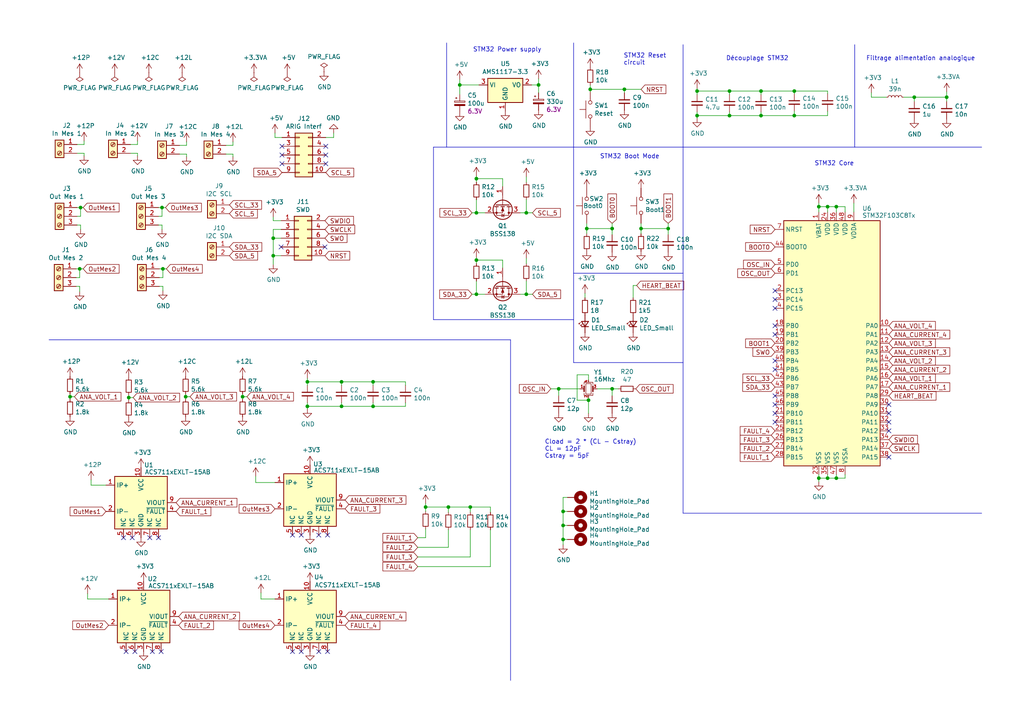
<source format=kicad_sch>
(kicad_sch (version 20230121) (generator eeschema)
  (paper "A4")
  (title_block (title "Alimentation - Mesure Courant / Tension") (date "2020-12-16") (rev "1.0") (company "ARIG") (comment 1 "Auteur : Gregory DEPUILLE"))
  (junction (at 170.688 116.078))
  (junction (at 237.49 138.684))
  (junction (at 89.154 110.744))
  (junction (at 99.06 117.856))
  (junction (at 23.368 60.198))
  (junction (at 79.248 74.168))
  (junction (at 202.184 33.528))
  (junction (at 230.378 33.528))
  (junction (at 138.176 75.438))
  (junction (at 136.398 147.066))
  (junction (at 123.444 147.066))
  (junction (at 220.726 26.416))
  (junction (at 163.322 152.4))
  (junction (at 156.21 24.638))
  (junction (at 230.378 26.416))
  (junction (at 138.176 51.816))
  (junction (at 152.654 61.722))
  (junction (at 193.802 66.294))
  (junction (at 211.582 33.528))
  (junction (at 211.582 26.416))
  (junction (at 23.114 77.978))
  (junction (at 89.154 117.856))
  (junction (at 130.048 147.066))
  (junction (at 70.358 115.062))
  (junction (at 237.49 59.944))
  (junction (at 46.99 60.198))
  (junction (at 181.102 25.908))
  (junction (at 240.03 138.684))
  (junction (at 202.184 26.416))
  (junction (at 53.848 115.062))
  (junction (at 242.57 138.684))
  (junction (at 152.654 85.344))
  (junction (at 37.338 115.316))
  (junction (at 274.574 28.194))
  (junction (at 242.57 59.944))
  (junction (at 171.196 25.908))
  (junction (at 138.176 85.344))
  (junction (at 177.546 112.776))
  (junction (at 133.35 24.638))
  (junction (at 138.176 61.722))
  (junction (at 163.322 156.464))
  (junction (at 20.32 115.062))
  (junction (at 108.204 117.856))
  (junction (at 163.322 148.336))
  (junction (at 47.244 77.978))
  (junction (at 108.204 110.744))
  (junction (at 99.06 110.744))
  (junction (at 177.546 66.294))
  (junction (at 185.928 66.294))
  (junction (at 265.176 28.194))
  (junction (at 240.03 59.944))
  (junction (at 170.18 66.294))
  (junction (at 162.052 112.776))
  (junction (at 79.248 69.088))
  (junction (at 220.726 33.528))
  (no_connect (at 224.79 97.028))
  (no_connect (at 81.534 71.628))
  (no_connect (at 38.354 155.956))
  (no_connect (at 224.79 94.488))
  (no_connect (at 81.788 44.958))
  (no_connect (at 35.814 155.956))
  (no_connect (at 224.79 122.428))
  (no_connect (at 92.456 155.194))
  (no_connect (at 87.376 188.976))
  (no_connect (at 94.996 188.976))
  (no_connect (at 94.488 47.498))
  (no_connect (at 224.79 119.888))
  (no_connect (at 84.836 155.194))
  (no_connect (at 36.576 188.976))
  (no_connect (at 81.788 42.418))
  (no_connect (at 43.434 155.956))
  (no_connect (at 257.81 124.968))
  (no_connect (at 224.79 117.348))
  (no_connect (at 94.488 44.958))
  (no_connect (at 94.996 155.194))
  (no_connect (at 224.79 114.808))
  (no_connect (at 257.81 117.348))
  (no_connect (at 39.116 188.976))
  (no_connect (at 224.79 84.328))
  (no_connect (at 257.81 132.588))
  (no_connect (at 94.234 71.628))
  (no_connect (at 44.196 188.976))
  (no_connect (at 224.79 104.648))
  (no_connect (at 257.81 122.428))
  (no_connect (at 87.376 155.194))
  (no_connect (at 224.79 89.408))
  (no_connect (at 257.81 119.888))
  (no_connect (at 94.488 42.418))
  (no_connect (at 46.736 188.976))
  (no_connect (at 92.456 188.976))
  (no_connect (at 224.79 86.868))
  (no_connect (at 224.79 107.188))
  (no_connect (at 45.974 155.956))
  (no_connect (at 81.788 47.498))
  (no_connect (at 84.836 188.976))
  (wire (pts (xy 202.184 25.654) (xy 202.184 26.416)))
  (wire (pts (xy 202.184 33.528) (xy 202.184 34.29)))
  (wire (pts (xy 164.592 148.336) (xy 163.322 148.336)))
  (wire (pts (xy 152.654 81.534) (xy 152.654 85.344)))
  (wire (pts (xy 54.102 44.704) (xy 54.102 45.466)))
  (wire (pts (xy 37.338 116.078) (xy 37.338 115.316)))
  (wire (pts (xy 237.49 138.684) (xy 237.49 139.7)))
  (wire (pts (xy 133.35 23.114) (xy 133.35 24.638)))
  (wire (pts (xy 117.602 110.744) (xy 108.204 110.744)))
  (wire (pts (xy 23.114 83.058) (xy 23.114 84.582)))
  (wire (pts (xy 121.158 158.75) (xy 130.048 158.75)))
  (wire (pts (xy 81.534 66.548) (xy 79.248 66.548)))
  (polyline (pts (xy 148.082 98.552) (xy 148.082 197.358)))
  (wire (pts (xy 99.06 111.76) (xy 99.06 110.744)))
  (wire (pts (xy 163.322 148.336) (xy 163.322 152.4)))
  (polyline (pts (xy 166.37 79.248) (xy 198.12 79.248)))
  (wire (pts (xy 133.35 24.638) (xy 138.938 24.638)))
  (wire (pts (xy 96.774 38.608) (xy 96.774 39.878)))
  (wire (pts (xy 46.228 80.518) (xy 47.244 80.518)))
  (wire (pts (xy 142.24 147.066) (xy 136.398 147.066)))
  (wire (pts (xy 79.248 66.548) (xy 79.248 69.088)))
  (wire (pts (xy 138.176 81.534) (xy 138.176 85.344)))
  (wire (pts (xy 108.204 110.744) (xy 99.06 110.744)))
  (wire (pts (xy 99.06 110.744) (xy 89.154 110.744)))
  (wire (pts (xy 123.444 146.05) (xy 123.444 147.066)))
  (wire (pts (xy 25.4 173.736) (xy 31.496 173.736)))
  (wire (pts (xy 145.796 75.438) (xy 138.176 75.438)))
  (wire (pts (xy 170.18 66.294) (xy 170.18 67.818)))
  (wire (pts (xy 130.048 148.59) (xy 130.048 147.066)))
  (wire (pts (xy 22.098 83.058) (xy 23.114 83.058)))
  (wire (pts (xy 45.974 62.738) (xy 46.99 62.738)))
  (wire (pts (xy 74.168 139.954) (xy 79.756 139.954)))
  (wire (pts (xy 230.378 32.258) (xy 230.378 33.528)))
  (wire (pts (xy 20.32 115.824) (xy 20.32 115.062)))
  (polyline (pts (xy 247.904 12.954) (xy 247.904 42.672)))
  (wire (pts (xy 89.154 116.84) (xy 89.154 117.856)))
  (wire (pts (xy 142.24 164.338) (xy 121.158 164.338)))
  (wire (pts (xy 23.114 77.978) (xy 22.098 77.978)))
  (wire (pts (xy 184.658 82.804) (xy 183.642 82.804)))
  (wire (pts (xy 22.352 44.45) (xy 24.384 44.45)))
  (wire (pts (xy 89.154 117.856) (xy 89.154 118.618)))
  (wire (pts (xy 181.102 25.908) (xy 171.196 25.908)))
  (wire (pts (xy 37.338 115.316) (xy 38.608 115.316)))
  (wire (pts (xy 245.11 137.668) (xy 245.11 138.684)))
  (wire (pts (xy 20.32 114.3) (xy 20.32 115.062)))
  (wire (pts (xy 164.592 144.272) (xy 163.322 144.272)))
  (wire (pts (xy 47.244 83.058) (xy 47.244 84.328)))
  (wire (pts (xy 193.802 66.294) (xy 193.802 64.77)))
  (wire (pts (xy 177.546 112.776) (xy 179.324 112.776)))
  (wire (pts (xy 136.906 85.344) (xy 138.176 85.344)))
  (wire (pts (xy 67.564 44.704) (xy 67.564 45.466)))
  (wire (pts (xy 130.048 158.75) (xy 130.048 153.67)))
  (wire (pts (xy 230.378 27.178) (xy 230.378 26.416)))
  (wire (pts (xy 220.726 32.512) (xy 220.726 33.528)))
  (wire (pts (xy 133.35 27.432) (xy 133.35 24.638)))
  (wire (pts (xy 20.32 115.062) (xy 21.59 115.062)))
  (wire (pts (xy 70.358 115.062) (xy 71.628 115.062)))
  (wire (pts (xy 163.322 156.464) (xy 163.322 157.988)))
  (wire (pts (xy 117.602 110.744) (xy 117.602 111.76)))
  (wire (pts (xy 170.688 119.888) (xy 170.688 116.078)))
  (wire (pts (xy 108.204 116.84) (xy 108.204 117.856)))
  (wire (pts (xy 74.168 138.176) (xy 74.168 139.954)))
  (wire (pts (xy 152.654 76.454) (xy 152.654 74.93)))
  (wire (pts (xy 136.906 61.722) (xy 138.176 61.722)))
  (wire (pts (xy 52.07 44.704) (xy 54.102 44.704)))
  (wire (pts (xy 96.774 39.878) (xy 94.488 39.878)))
  (wire (pts (xy 81.534 74.168) (xy 79.248 74.168)))
  (wire (pts (xy 46.99 65.278) (xy 46.99 66.548)))
  (wire (pts (xy 164.592 152.4) (xy 163.322 152.4)))
  (wire (pts (xy 89.154 111.76) (xy 89.154 110.744)))
  (wire (pts (xy 159.766 112.776) (xy 162.052 112.776)))
  (wire (pts (xy 167.386 108.712) (xy 167.386 116.078)))
  (wire (pts (xy 138.176 51.816) (xy 138.176 51.054)))
  (wire (pts (xy 25.4 172.212) (xy 25.4 173.736)))
  (wire (pts (xy 237.49 137.668) (xy 237.49 138.684)))
  (wire (pts (xy 150.876 61.722) (xy 152.654 61.722)))
  (wire (pts (xy 130.048 147.066) (xy 123.444 147.066)))
  (wire (pts (xy 79.248 74.168) (xy 79.248 76.708)))
  (wire (pts (xy 37.846 44.45) (xy 39.878 44.45)))
  (wire (pts (xy 79.756 39.878) (xy 81.788 39.878)))
  (wire (pts (xy 245.11 59.944) (xy 242.57 59.944)))
  (wire (pts (xy 230.378 33.528) (xy 220.726 33.528)))
  (wire (pts (xy 65.532 42.164) (xy 67.564 42.164)))
  (wire (pts (xy 156.21 24.638) (xy 154.178 24.638)))
  (wire (pts (xy 24.13 77.978) (xy 23.114 77.978)))
  (wire (pts (xy 145.796 77.724) (xy 145.796 75.438)))
  (wire (pts (xy 169.672 85.09) (xy 169.672 86.36)))
  (wire (pts (xy 211.582 33.528) (xy 202.184 33.528)))
  (wire (pts (xy 181.102 25.908) (xy 181.102 26.924)))
  (wire (pts (xy 170.688 108.712) (xy 167.386 108.712)))
  (wire (pts (xy 117.602 116.84) (xy 117.602 117.856)))
  (wire (pts (xy 170.18 64.77) (xy 170.18 66.294)))
  (wire (pts (xy 171.196 25.908) (xy 171.196 26.67)))
  (wire (pts (xy 220.726 26.416) (xy 211.582 26.416)))
  (wire (pts (xy 242.57 59.944) (xy 240.03 59.944)))
  (wire (pts (xy 138.176 76.454) (xy 138.176 75.438)))
  (wire (pts (xy 156.21 24.638) (xy 156.21 26.924)))
  (wire (pts (xy 47.244 80.518) (xy 47.244 77.978)))
  (wire (pts (xy 121.158 161.544) (xy 136.398 161.544)))
  (wire (pts (xy 136.398 161.544) (xy 136.398 153.67)))
  (wire (pts (xy 138.176 52.832) (xy 138.176 51.816)))
  (wire (pts (xy 22.098 80.518) (xy 23.114 80.518)))
  (wire (pts (xy 81.534 69.088) (xy 79.248 69.088)))
  (wire (pts (xy 177.546 68.072) (xy 177.546 66.294)))
  (wire (pts (xy 245.11 138.684) (xy 242.57 138.684)))
  (wire (pts (xy 136.398 147.066) (xy 130.048 147.066)))
  (wire (pts (xy 53.848 115.824) (xy 53.848 115.062)))
  (wire (pts (xy 99.06 117.856) (xy 89.154 117.856)))
  (wire (pts (xy 142.24 148.59) (xy 142.24 147.066)))
  (wire (pts (xy 262.128 28.194) (xy 265.176 28.194)))
  (wire (pts (xy 46.228 83.058) (xy 47.244 83.058)))
  (wire (pts (xy 46.99 62.738) (xy 46.99 60.198)))
  (wire (pts (xy 70.358 114.3) (xy 70.358 115.062)))
  (polyline (pts (xy 14.224 98.552) (xy 148.082 98.552)))
  (wire (pts (xy 242.57 137.668) (xy 242.57 138.684)))
  (wire (pts (xy 123.444 155.956) (xy 121.158 155.956)))
  (wire (pts (xy 240.03 26.416) (xy 230.378 26.416)))
  (wire (pts (xy 152.654 57.912) (xy 152.654 61.722)))
  (wire (pts (xy 123.444 153.416) (xy 123.444 155.956)))
  (wire (pts (xy 162.052 112.776) (xy 168.148 112.776)))
  (wire (pts (xy 193.802 66.294) (xy 193.802 68.072)))
  (wire (pts (xy 177.546 64.77) (xy 177.546 66.294)))
  (wire (pts (xy 46.99 60.198) (xy 48.006 60.198)))
  (wire (pts (xy 220.726 27.432) (xy 220.726 26.416)))
  (wire (pts (xy 99.06 116.84) (xy 99.06 117.856)))
  (wire (pts (xy 53.848 115.062) (xy 55.118 115.062)))
  (wire (pts (xy 79.248 69.088) (xy 79.248 74.168)))
  (wire (pts (xy 252.73 26.924) (xy 252.73 28.194)))
  (wire (pts (xy 79.756 38.608) (xy 79.756 39.878)))
  (wire (pts (xy 211.582 26.416) (xy 202.184 26.416)))
  (polyline (pts (xy 166.37 92.71) (xy 125.73 92.71)))
  (wire (pts (xy 52.07 42.164) (xy 54.102 42.164)))
  (wire (pts (xy 150.876 85.344) (xy 152.654 85.344)))
  (wire (pts (xy 39.878 41.91) (xy 39.878 40.894)))
  (wire (pts (xy 23.114 80.518) (xy 23.114 77.978)))
  (wire (pts (xy 170.688 116.078) (xy 170.688 115.316)))
  (wire (pts (xy 202.184 26.416) (xy 202.184 27.432)))
  (wire (pts (xy 89.154 110.744) (xy 89.154 109.728)))
  (wire (pts (xy 156.21 22.86) (xy 156.21 24.638)))
  (wire (pts (xy 152.654 52.832) (xy 152.654 51.308)))
  (wire (pts (xy 252.73 28.194) (xy 257.048 28.194)))
  (wire (pts (xy 163.322 152.4) (xy 163.322 156.464)))
  (wire (pts (xy 177.546 114.808) (xy 177.546 112.776)))
  (wire (pts (xy 274.574 26.67) (xy 274.574 28.194)))
  (wire (pts (xy 24.384 44.45) (xy 24.384 45.212)))
  (wire (pts (xy 247.65 61.468) (xy 247.65 58.928)))
  (wire (pts (xy 26.416 140.716) (xy 30.734 140.716)))
  (wire (pts (xy 162.052 114.808) (xy 162.052 112.776)))
  (wire (pts (xy 108.204 111.76) (xy 108.204 110.744)))
  (wire (pts (xy 54.102 42.164) (xy 54.102 41.148)))
  (wire (pts (xy 173.228 112.776) (xy 177.546 112.776)))
  (wire (pts (xy 117.602 117.856) (xy 108.204 117.856)))
  (wire (pts (xy 75.692 171.958) (xy 75.692 173.736)))
  (polyline (pts (xy 125.73 42.672) (xy 284.734 42.672)))
  (wire (pts (xy 240.03 138.684) (xy 237.49 138.684)))
  (wire (pts (xy 230.378 26.416) (xy 220.726 26.416)))
  (wire (pts (xy 22.352 41.91) (xy 24.384 41.91)))
  (wire (pts (xy 245.11 59.944) (xy 245.11 61.468)))
  (wire (pts (xy 240.03 26.416) (xy 240.03 27.178)))
  (wire (pts (xy 171.196 24.638) (xy 171.196 25.908)))
  (wire (pts (xy 45.974 65.278) (xy 46.99 65.278)))
  (wire (pts (xy 202.184 32.512) (xy 202.184 33.528)))
  (wire (pts (xy 26.416 139.192) (xy 26.416 140.716)))
  (wire (pts (xy 138.176 75.438) (xy 138.176 74.676)))
  (polyline (pts (xy 198.12 148.844) (xy 284.734 148.844)))
  (wire (pts (xy 163.322 144.272) (xy 163.322 148.336)))
  (wire (pts (xy 152.654 61.722) (xy 154.432 61.722)))
  (wire (pts (xy 47.244 77.978) (xy 48.26 77.978)))
  (wire (pts (xy 75.692 173.736) (xy 79.756 173.736)))
  (wire (pts (xy 185.928 66.294) (xy 193.802 66.294)))
  (wire (pts (xy 22.352 62.738) (xy 23.368 62.738)))
  (wire (pts (xy 145.796 54.102) (xy 145.796 51.816)))
  (wire (pts (xy 138.176 85.344) (xy 140.716 85.344)))
  (wire (pts (xy 24.384 41.91) (xy 24.384 40.894)))
  (wire (pts (xy 145.796 51.816) (xy 138.176 51.816)))
  (wire (pts (xy 138.176 61.722) (xy 140.716 61.722)))
  (wire (pts (xy 23.368 60.198) (xy 24.13 60.198)))
  (wire (pts (xy 240.03 61.468) (xy 240.03 59.944)))
  (wire (pts (xy 70.358 115.824) (xy 70.358 115.062)))
  (wire (pts (xy 46.228 77.978) (xy 47.244 77.978)))
  (wire (pts (xy 22.352 65.278) (xy 23.368 65.278)))
  (wire (pts (xy 163.322 156.464) (xy 164.592 156.464)))
  (wire (pts (xy 185.928 64.77) (xy 185.928 66.294)))
  (wire (pts (xy 240.03 32.258) (xy 240.03 33.528)))
  (wire (pts (xy 185.928 25.908) (xy 181.102 25.908)))
  (wire (pts (xy 65.532 44.704) (xy 67.564 44.704)))
  (wire (pts (xy 240.03 59.944) (xy 237.49 59.944)))
  (wire (pts (xy 138.176 57.912) (xy 138.176 61.722)))
  (wire (pts (xy 177.546 66.294) (xy 170.18 66.294)))
  (wire (pts (xy 237.49 59.944) (xy 237.49 61.468)))
  (polyline (pts (xy 129.54 42.672) (xy 129.54 12.446)))
  (wire (pts (xy 220.726 33.528) (xy 211.582 33.528)))
  (wire (pts (xy 45.974 60.198) (xy 46.99 60.198)))
  (wire (pts (xy 22.352 60.198) (xy 23.368 60.198)))
  (wire (pts (xy 183.642 82.804) (xy 183.642 86.36)))
  (wire (pts (xy 265.176 28.194) (xy 265.176 29.464)))
  (wire (pts (xy 39.878 44.45) (xy 39.878 45.212)))
  (wire (pts (xy 136.398 148.59) (xy 136.398 147.066)))
  (wire (pts (xy 240.03 137.668) (xy 240.03 138.684)))
  (wire (pts (xy 23.368 62.738) (xy 23.368 60.198)))
  (wire (pts (xy 23.368 65.278) (xy 23.368 66.548)))
  (polyline (pts (xy 125.73 92.71) (xy 125.73 42.672)))
  (wire (pts (xy 79.248 64.008) (xy 79.248 62.992)))
  (wire (pts (xy 37.846 41.91) (xy 39.878 41.91)))
  (wire (pts (xy 265.176 28.194) (xy 274.574 28.194)))
  (wire (pts (xy 242.57 138.684) (xy 240.03 138.684)))
  (wire (pts (xy 53.848 114.3) (xy 53.848 115.062)))
  (wire (pts (xy 237.49 58.928) (xy 237.49 59.944)))
  (polyline (pts (xy 166.37 12.446) (xy 166.37 105.156)))
  (wire (pts (xy 123.444 147.066) (xy 123.444 148.336)))
  (wire (pts (xy 211.582 32.512) (xy 211.582 33.528)))
  (wire (pts (xy 152.654 85.344) (xy 154.432 85.344)))
  (wire (pts (xy 142.24 153.67) (xy 142.24 164.338)))
  (wire (pts (xy 167.386 116.078) (xy 170.688 116.078)))
  (wire (pts (xy 211.582 27.432) (xy 211.582 26.416)))
  (polyline (pts (xy 198.12 12.954) (xy 198.12 148.844)))
  (wire (pts (xy 240.03 33.528) (xy 230.378 33.528)))
  (polyline (pts (xy 166.37 105.156) (xy 198.12 105.156)))
  (wire (pts (xy 67.564 42.164) (xy 67.564 41.148)))
  (wire (pts (xy 81.534 64.008) (xy 79.248 64.008)))
  (wire (pts (xy 274.574 28.194) (xy 274.574 29.464)))
  (wire (pts (xy 185.928 66.294) (xy 185.928 67.818)))
  (wire (pts (xy 108.204 117.856) (xy 99.06 117.856)))
  (wire (pts (xy 37.338 114.554) (xy 37.338 115.316)))
  (wire (pts (xy 170.688 110.236) (xy 170.688 108.712)))
  (wire (pts (xy 242.57 61.468) (xy 242.57 59.944)))
  (text "STM32 Boot Mode" (at 173.99 46.228 0) (effects (font (size 1.27 1.27)) (justify left bottom)))
  (text "Filtrage alimentation analogique" (at 251.206 17.78 0) (effects (font (size 1.27 1.27)) (justify left bottom)))
  (text "STM32 Core" (at 236.22 48.26 0) (effects (font (size 1.27 1.27)) (justify left bottom)))
  (text "STM32 Reset\ncircuit" (at 180.848 19.05 0) (effects (font (size 1.27 1.27)) (justify left bottom)))
  (text "Cload = 2 * (CL - Cstray)\nCL = 12pF\nCstray = 5pF" (at 157.988 133.096 0) (effects (font (size 1.27 1.27)) (justify left bottom)))
  (text "STM32 Power supply" (at 137.16 15.24 0) (effects (font (size 1.27 1.27)) (justify left bottom)))
  (text "Découplage STM32" (at 210.566 17.78 0) (effects (font (size 1.27 1.27)) (justify left bottom)))
  (global_label "ANA_VOLT_2" (shape input) (at 257.81 104.648 0) (property "Intersheetrefs" "${INTERSHEET_REFS}" (effects hide)))
  (global_label "OutMes4" (shape input) (at 79.756 181.356 180) (property "Intersheetrefs" "${INTERSHEET_REFS}" (effects hide)))
  (global_label "FAULT_3" (shape input) (at 224.79 127.508 180) (property "Intersheetrefs" "${INTERSHEET_REFS}" (effects hide)))
  (global_label "HEART_BEAT" (shape input) (at 184.658 82.804 0) (property "Intersheetrefs" "${INTERSHEET_REFS}" (effects hide)))
  (global_label "SDA_5" (shape input) (at 66.548 74.168 0) (property "Intersheetrefs" "${INTERSHEET_REFS}" (effects hide)))
  (global_label "ANA_VOLT_3" (shape input) (at 55.118 115.062 0) (property "Intersheetrefs" "${INTERSHEET_REFS}" (effects hide)))
  (global_label "FAULT_1" (shape input) (at 121.158 155.956 180) (property "Intersheetrefs" "${INTERSHEET_REFS}" (effects hide)))
  (global_label "OSC_IN" (shape input) (at 224.79 76.708 180) (property "Intersheetrefs" "${INTERSHEET_REFS}" (effects hide)))
  (global_label "OutMes1" (shape input) (at 24.13 60.198 0) (property "Intersheetrefs" "${INTERSHEET_REFS}" (effects hide)))
  (global_label "ANA_CURRENT_1" (shape input) (at 51.054 145.796 0) (property "Intersheetrefs" "${INTERSHEET_REFS}" (effects hide)))
  (global_label "FAULT_2" (shape input) (at 224.79 130.048 180) (property "Intersheetrefs" "${INTERSHEET_REFS}" (effects hide)))
  (global_label "BOOT1" (shape input) (at 224.79 99.568 180) (property "Intersheetrefs" "${INTERSHEET_REFS}" (effects hide)))
  (global_label "BOOT1" (shape input) (at 193.802 64.77 90) (property "Intersheetrefs" "${INTERSHEET_REFS}" (effects hide)))
  (global_label "ANA_VOLT_4" (shape input) (at 257.81 94.488 0) (property "Intersheetrefs" "${INTERSHEET_REFS}" (effects hide)))
  (global_label "SCL_33" (shape input) (at 66.548 59.436 0) (property "Intersheetrefs" "${INTERSHEET_REFS}" (effects hide)))
  (global_label "SWO" (shape input) (at 224.79 102.108 180) (property "Intersheetrefs" "${INTERSHEET_REFS}" (effects hide)))
  (global_label "BOOT0" (shape input) (at 224.79 71.628 180) (property "Intersheetrefs" "${INTERSHEET_REFS}" (effects hide)))
  (global_label "OutMes4" (shape input) (at 48.26 77.978 0) (property "Intersheetrefs" "${INTERSHEET_REFS}" (effects hide)))
  (global_label "FAULT_1" (shape input) (at 51.054 148.336 0) (property "Intersheetrefs" "${INTERSHEET_REFS}" (effects hide)))
  (global_label "ANA_CURRENT_3" (shape input) (at 257.81 102.108 0) (property "Intersheetrefs" "${INTERSHEET_REFS}" (effects hide)))
  (global_label "OutMes2" (shape input) (at 31.496 181.356 180) (property "Intersheetrefs" "${INTERSHEET_REFS}" (effects hide)))
  (global_label "OSC_OUT" (shape input) (at 184.404 112.776 0) (property "Intersheetrefs" "${INTERSHEET_REFS}" (effects hide)))
  (global_label "NRST" (shape input) (at 94.234 74.168 0) (property "Intersheetrefs" "${INTERSHEET_REFS}" (effects hide)))
  (global_label "ANA_CURRENT_2" (shape input) (at 51.816 178.816 0) (property "Intersheetrefs" "${INTERSHEET_REFS}" (effects hide)))
  (global_label "NRST" (shape input) (at 224.79 66.548 180) (property "Intersheetrefs" "${INTERSHEET_REFS}" (effects hide)))
  (global_label "SDA_33" (shape input) (at 136.906 85.344 180) (property "Intersheetrefs" "${INTERSHEET_REFS}" (effects hide)))
  (global_label "ANA_VOLT_2" (shape input) (at 38.608 115.316 0) (property "Intersheetrefs" "${INTERSHEET_REFS}" (effects hide)))
  (global_label "SCL_33" (shape input) (at 224.79 109.728 180) (property "Intersheetrefs" "${INTERSHEET_REFS}" (effects hide)))
  (global_label "SWCLK" (shape input) (at 94.234 66.548 0) (property "Intersheetrefs" "${INTERSHEET_REFS}" (effects hide)))
  (global_label "OSC_OUT" (shape input) (at 224.79 79.248 180) (property "Intersheetrefs" "${INTERSHEET_REFS}" (effects hide)))
  (global_label "FAULT_4" (shape input) (at 121.158 164.338 180) (property "Intersheetrefs" "${INTERSHEET_REFS}" (effects hide)))
  (global_label "ANA_VOLT_4" (shape input) (at 71.628 115.062 0) (property "Intersheetrefs" "${INTERSHEET_REFS}" (effects hide)))
  (global_label "SWDIO" (shape input) (at 94.234 64.008 0) (property "Intersheetrefs" "${INTERSHEET_REFS}" (effects hide)))
  (global_label "SWDIO" (shape input) (at 257.81 127.508 0) (property "Intersheetrefs" "${INTERSHEET_REFS}" (effects hide)))
  (global_label "SDA_33" (shape input) (at 66.548 71.628 0) (property "Intersheetrefs" "${INTERSHEET_REFS}" (effects hide)))
  (global_label "BOOT0" (shape input) (at 177.546 64.77 90) (property "Intersheetrefs" "${INTERSHEET_REFS}" (effects hide)))
  (global_label "SCL_5" (shape input) (at 154.432 61.722 0) (property "Intersheetrefs" "${INTERSHEET_REFS}" (effects hide)))
  (global_label "ANA_CURRENT_2" (shape input) (at 257.81 107.188 0) (property "Intersheetrefs" "${INTERSHEET_REFS}" (effects hide)))
  (global_label "OutMes1" (shape input) (at 30.734 148.336 180) (property "Intersheetrefs" "${INTERSHEET_REFS}" (effects hide)))
  (global_label "FAULT_1" (shape input) (at 224.79 132.588 180) (property "Intersheetrefs" "${INTERSHEET_REFS}" (effects hide)))
  (global_label "SWCLK" (shape input) (at 257.81 130.048 0) (property "Intersheetrefs" "${INTERSHEET_REFS}" (effects hide)))
  (global_label "SDA_5" (shape input) (at 154.432 85.344 0) (property "Intersheetrefs" "${INTERSHEET_REFS}" (effects hide)))
  (global_label "SCL_5" (shape input) (at 94.488 50.038 0) (property "Intersheetrefs" "${INTERSHEET_REFS}" (effects hide)))
  (global_label "SDA_5" (shape input) (at 81.788 50.038 180) (property "Intersheetrefs" "${INTERSHEET_REFS}" (effects hide)))
  (global_label "ANA_CURRENT_4" (shape input) (at 100.076 178.816 0) (property "Intersheetrefs" "${INTERSHEET_REFS}" (effects hide)))
  (global_label "ANA_VOLT_1" (shape input) (at 21.59 115.062 0) (property "Intersheetrefs" "${INTERSHEET_REFS}" (effects hide)))
  (global_label "SDA_33" (shape input) (at 224.79 112.268 180) (property "Intersheetrefs" "${INTERSHEET_REFS}" (effects hide)))
  (global_label "HEART_BEAT" (shape input) (at 257.81 114.808 0) (property "Intersheetrefs" "${INTERSHEET_REFS}" (effects hide)))
  (global_label "OSC_IN" (shape input) (at 159.766 112.776 180) (property "Intersheetrefs" "${INTERSHEET_REFS}" (effects hide)))
  (global_label "ANA_VOLT_3" (shape input) (at 257.81 99.568 0) (property "Intersheetrefs" "${INTERSHEET_REFS}" (effects hide)))
  (global_label "OutMes3" (shape input) (at 79.756 147.574 180) (property "Intersheetrefs" "${INTERSHEET_REFS}" (effects hide)))
  (global_label "FAULT_3" (shape input) (at 100.076 147.574 0) (property "Intersheetrefs" "${INTERSHEET_REFS}" (effects hide)))
  (global_label "SCL_33" (shape input) (at 136.906 61.722 180) (property "Intersheetrefs" "${INTERSHEET_REFS}" (effects hide)))
  (global_label "FAULT_4" (shape input) (at 100.076 181.356 0) (property "Intersheetrefs" "${INTERSHEET_REFS}" (effects hide)))
  (global_label "ANA_CURRENT_3" (shape input) (at 100.076 145.034 0) (property "Intersheetrefs" "${INTERSHEET_REFS}" (effects hide)))
  (global_label "SCL_5" (shape input) (at 66.548 61.976 0) (property "Intersheetrefs" "${INTERSHEET_REFS}" (effects hide)))
  (global_label "FAULT_2" (shape input) (at 121.158 158.75 180) (property "Intersheetrefs" "${INTERSHEET_REFS}" (effects hide)))
  (global_label "FAULT_2" (shape input) (at 51.816 181.356 0) (property "Intersheetrefs" "${INTERSHEET_REFS}" (effects hide)))
  (global_label "FAULT_4" (shape input) (at 224.79 124.968 180) (property "Intersheetrefs" "${INTERSHEET_REFS}" (effects hide)))
  (global_label "SWO" (shape input) (at 94.234 69.088 0) (property "Intersheetrefs" "${INTERSHEET_REFS}" (effects hide)))
  (global_label "ANA_VOLT_1" (shape input) (at 257.81 109.728 0) (property "Intersheetrefs" "${INTERSHEET_REFS}" (effects hide)))
  (global_label "ANA_CURRENT_4" (shape input) (at 257.81 97.028 0) (property "Intersheetrefs" "${INTERSHEET_REFS}" (effects hide)))
  (global_label "OutMes2" (shape input) (at 24.13 77.978 0) (property "Intersheetrefs" "${INTERSHEET_REFS}" (effects hide)))
  (global_label "FAULT_3" (shape input) (at 121.158 161.544 180) (property "Intersheetrefs" "${INTERSHEET_REFS}" (effects hide)))
  (global_label "OutMes3" (shape input) (at 48.006 60.198 0) (property "Intersheetrefs" "${INTERSHEET_REFS}" (effects hide)))
  (global_label "NRST" (shape input) (at 185.928 25.908 0) (property "Intersheetrefs" "${INTERSHEET_REFS}" (effects hide)))
  (global_label "ANA_CURRENT_1" (shape input) (at 257.81 112.268 0) (property "Intersheetrefs" "${INTERSHEET_REFS}" (effects hide)))
  (symbol (lib_id "power:+12C") (at 43.18 21.082 0) (unit 1)
    (property "Reference" "#PWR0101" (effects hide))
    (property "Value" "+12C" (at 43.561 16.6878 0))
  )
  (symbol (lib_id "power:+12L") (at 52.832 21.082 0) (unit 1)
    (property "Reference" "#PWR0102" (effects hide))
    (property "Value" "+12L" (at 53.213 16.6878 0))
  )
  (symbol (lib_id "power:+12P") (at 23.114 21.082 0) (unit 1)
    (property "Reference" "#PWR0103" (effects hide))
    (property "Value" "+12P" (at 23.495 16.6878 0))
  )
  (symbol (lib_id "power:+12V") (at 33.274 21.082 0) (unit 1)
    (property "Reference" "#PWR0104" (effects hide))
    (property "Value" "+12V" (at 33.655 16.6878 0))
  )
  (symbol (lib_id "power:GND") (at 93.98 20.828 0) (unit 1)
    (property "Reference" "#PWR0105" (effects hide))
    (property "Value" "GND" (at 94.107 25.2222 0))
  )
  (symbol (lib_id "power:PWR_FLAG") (at 52.832 21.082 180) (unit 1)
    (property "Reference" "#FLG0101" (effects hide))
    (property "Value" "PWR_FLAG" (at 52.832 25.4762 0))
  )
  (symbol (lib_id "power:PWR_FLAG") (at 43.18 21.082 180) (unit 1)
    (property "Reference" "#FLG0102" (effects hide))
    (property "Value" "PWR_FLAG" (at 43.18 25.4762 0))
  )
  (symbol (lib_id "power:PWR_FLAG") (at 33.274 21.082 180) (unit 1)
    (property "Reference" "#FLG0103" (effects hide))
    (property "Value" "PWR_FLAG" (at 33.274 25.4762 0))
  )
  (symbol (lib_id "power:PWR_FLAG") (at 23.114 21.082 180) (unit 1)
    (property "Reference" "#FLG0104" (effects hide))
    (property "Value" "PWR_FLAG" (at 23.114 25.4762 0))
  )
  (symbol (lib_id "power:PWR_FLAG") (at 93.98 20.828 0) (unit 1)
    (property "Reference" "#FLG0105" (effects hide))
    (property "Value" "PWR_FLAG" (at 93.98 16.4338 0))
  )
  (symbol (lib_id "power:GND") (at 24.384 45.212 0) (unit 1)
    (property "Reference" "#PWR0106" (effects hide))
    (property "Value" "GND" (at 24.511 49.6062 0))
  )
  (symbol (lib_id "power:+12P") (at 24.384 40.894 0) (unit 1)
    (property "Reference" "#PWR0107" (effects hide))
    (property "Value" "+12P" (at 24.765 36.4998 0))
  )
  (symbol (lib_id "power:GND") (at 39.878 45.212 0) (unit 1)
    (property "Reference" "#PWR0108" (effects hide))
    (property "Value" "GND" (at 40.005 49.6062 0))
  )
  (symbol (lib_id "power:GND") (at 54.102 45.466 0) (unit 1)
    (property "Reference" "#PWR0109" (effects hide))
    (property "Value" "GND" (at 54.229 49.8602 0))
  )
  (symbol (lib_id "power:GND") (at 67.564 45.466 0) (unit 1)
    (property "Reference" "#PWR0110" (effects hide))
    (property "Value" "GND" (at 67.691 49.8602 0))
  )
  (symbol (lib_id "power:+12V") (at 39.878 40.894 0) (unit 1)
    (property "Reference" "#PWR0111" (effects hide))
    (property "Value" "+12V" (at 40.259 36.4998 0))
  )
  (symbol (lib_id "power:+12C") (at 54.102 41.148 0) (unit 1)
    (property "Reference" "#PWR0112" (effects hide))
    (property "Value" "+12C" (at 54.483 36.7538 0))
  )
  (symbol (lib_id "power:+12L") (at 67.564 41.148 0) (unit 1)
    (property "Reference" "#PWR0113" (effects hide))
    (property "Value" "+12L" (at 67.945 36.7538 0))
  )
  (symbol (lib_id "Sensor_Current:ACS711xEXLT-15AB") (at 40.894 145.796 0) (unit 1)
    (property "Reference" "U1" (at 43.18 134.874 0))
    (property "Value" "ACS711xEXLT-15AB" (at 51.562 136.906 0))
    (property "Footprint" "Sensor_Current:Allegro_QFN-12-10-1EP_3x3mm_P0.5mm" (effects hide))
    (property "Datasheet" "http://www.allegromicro.com/~/Media/Files/Datasheets/ACS711-Datasheet.ashx" (effects hide))
    (property "LCSC Part" "C150824" (effects hide))
  )
  (symbol (lib_id "Sensor_Current:ACS711xEXLT-15AB") (at 41.656 178.816 0) (unit 1)
    (property "Reference" "U2" (at 44.196 167.894 0))
    (property "Value" "ACS711xEXLT-15AB" (at 52.578 169.926 0))
    (property "Footprint" "Sensor_Current:Allegro_QFN-12-10-1EP_3x3mm_P0.5mm" (effects hide))
    (property "Datasheet" "http://www.allegromicro.com/~/Media/Files/Datasheets/ACS711-Datasheet.ashx" (effects hide))
    (property "LCSC Part" "C150824" (effects hide))
  )
  (symbol (lib_id "Sensor_Current:ACS711xEXLT-15AB") (at 89.916 145.034 0) (unit 1)
    (property "Reference" "U3" (at 92.202 134.62 0))
    (property "Value" "ACS711xEXLT-15AB" (at 100.584 136.398 0))
    (property "Footprint" "Sensor_Current:Allegro_QFN-12-10-1EP_3x3mm_P0.5mm" (effects hide))
    (property "Datasheet" "http://www.allegromicro.com/~/Media/Files/Datasheets/ACS711-Datasheet.ashx" (effects hide))
    (property "LCSC Part" "C150824" (effects hide))
  )
  (symbol (lib_id "Sensor_Current:ACS711xEXLT-15AB") (at 89.916 178.816 0) (unit 1)
    (property "Reference" "U4" (at 92.456 167.386 0))
    (property "Value" "ACS711xEXLT-15AB" (at 100.838 169.672 0))
    (property "Footprint" "Sensor_Current:Allegro_QFN-12-10-1EP_3x3mm_P0.5mm" (effects hide))
    (property "Datasheet" "http://www.allegromicro.com/~/Media/Files/Datasheets/ACS711-Datasheet.ashx" (effects hide))
    (property "LCSC Part" "C150824" (effects hide))
  )
  (symbol (lib_id "ModuleMesure-rescue:STM32F103C8Tx-MCU_ST_STM32F1") (at 242.57 99.568 0) (unit 1)
    (property "Reference" "U6" (at 251.46 60.452 0))
    (property "Value" "STM32F103C8Tx" (at 257.81 62.484 0))
    (property "Footprint" "Package_QFP:LQFP-48_7x7mm_P0.5mm" (effects hide))
    (property "Datasheet" "http://www.st.com/st-web-ui/static/active/en/resource/technical/document/datasheet/CD00161566.pdf" (effects hide))
    (property "LCSC Part" "C8734" (effects hide))
  )
  (symbol (lib_id "power:+12P") (at 26.416 139.192 0) (unit 1)
    (property "Reference" "#PWR0114" (effects hide))
    (property "Value" "+12P" (at 26.797 134.7978 0))
  )
  (symbol (lib_id "power:+12V") (at 25.4 172.212 0) (unit 1)
    (property "Reference" "#PWR0115" (effects hide))
    (property "Value" "+12V" (at 25.781 167.8178 0))
  )
  (symbol (lib_id "power:+12C") (at 74.168 138.176 0) (unit 1)
    (property "Reference" "#PWR0116" (effects hide))
    (property "Value" "+12C" (at 74.549 133.7818 0))
  )
  (symbol (lib_id "power:+12L") (at 75.692 171.958 0) (unit 1)
    (property "Reference" "#PWR0117" (effects hide))
    (property "Value" "+12L" (at 76.073 167.5638 0))
  )
  (symbol (lib_id "power:GND") (at 40.894 155.956 0) (unit 1)
    (property "Reference" "#PWR0118" (effects hide))
    (property "Value" "GND" (at 41.021 160.3502 0))
  )
  (symbol (lib_id "power:GND") (at 41.656 188.976 0) (unit 1)
    (property "Reference" "#PWR0119" (effects hide))
    (property "Value" "GND" (at 41.783 193.3702 0))
  )
  (symbol (lib_id "power:GND") (at 89.916 155.194 0) (unit 1)
    (property "Reference" "#PWR0120" (effects hide))
    (property "Value" "GND" (at 90.043 159.5882 0))
  )
  (symbol (lib_id "power:GND") (at 89.916 188.976 0) (unit 1)
    (property "Reference" "#PWR0121" (effects hide))
    (property "Value" "GND" (at 90.043 193.3702 0))
  )
  (symbol (lib_id "ModuleMesure-rescue:+3.3V-power") (at 40.894 135.636 0) (unit 1)
    (property "Reference" "#PWR0122" (effects hide))
    (property "Value" "+3.3V" (at 41.275 131.2418 0))
  )
  (symbol (lib_id "power:+5V") (at 83.312 21.082 0) (unit 1)
    (property "Reference" "#PWR0124" (effects hide))
    (property "Value" "+5V" (at 83.693 16.6878 0))
  )
  (symbol (lib_id "power:PWR_FLAG") (at 83.312 21.082 180) (unit 1)
    (property "Reference" "#FLG0107" (effects hide))
    (property "Value" "PWR_FLAG" (at 83.312 25.4762 0))
  )
  (symbol (lib_id "Connector_Generic:Conn_02x05_Odd_Even") (at 86.868 44.958 0) (unit 1)
    (property "Reference" "J12" (at 88.138 34.3662 0))
    (property "Value" "ARIG Interf" (at 88.138 36.6776 0))
    (property "Footprint" "Connector_IDC:IDC-Header_2x05_P2.54mm_Vertical" (effects hide))
  )
  (symbol (lib_id "Connector_Generic:Conn_02x05_Odd_Even") (at 86.614 69.088 0) (unit 1)
    (property "Reference" "J11" (at 87.884 58.4962 0))
    (property "Value" "SWD" (at 87.884 60.8076 0))
    (property "Footprint" "Connector_PinHeader_1.27mm:PinHeader_2x05_P1.27mm_Vertical_SMD" (effects hide))
  )
  (symbol (lib_id "power:GND") (at 183.642 96.52 0) (unit 1)
    (property "Reference" "#PWR01" (effects hide))
    (property "Value" "GND" (at 183.769 100.9142 0))
  )
  (symbol (lib_id "ModuleMesure-rescue:+3.3V-power") (at 89.916 134.874 0) (unit 1)
    (property "Reference" "#PWR0125" (effects hide))
    (property "Value" "+3.3V" (at 90.297 130.4798 0))
  )
  (symbol (lib_id "ModuleMesure-rescue:+3.3V-power") (at 41.656 168.656 0) (unit 1)
    (property "Reference" "#PWR0126" (effects hide))
    (property "Value" "+3.3V" (at 42.037 164.2618 0))
  )
  (symbol (lib_id "ModuleMesure-rescue:+3.3V-power") (at 89.916 168.656 0) (unit 1)
    (property "Reference" "#PWR0127" (effects hide))
    (property "Value" "+3.3V" (at 90.297 164.2618 0))
  )
  (symbol (lib_id "Switch:SW_Push") (at 171.196 31.75 90) (unit 1)
    (property "Reference" "SW1" (at 172.4152 30.5816 90) (effects (justify right)))
    (property "Value" "Reset" (at 172.4152 32.893 90) (effects (justify right)))
    (property "Footprint" "Button_Switch_SMD:SW_SPST_B3U-1000P" (effects hide))
    (property "Datasheet" "https://datasheet.lcsc.com/szlcsc/1810010153_Omron-Electronics-B3U-1000P_C231329.pdf" (effects hide))
    (property "LCSC Part" "C231329" (effects hide))
  )
  (symbol (lib_id "Device:R_Small") (at 171.196 22.098 0) (unit 1)
    (property "Reference" "R18" (at 172.6946 20.9296 0) (effects (justify left)))
    (property "Value" "10k" (at 172.6946 23.241 0) (effects (justify left)))
    (property "Footprint" "Resistor_SMD:R_0805_2012Metric_Pad1.20x1.40mm_HandSolder" (effects hide))
  )
  (symbol (lib_id "ModuleMesure-rescue:+3.3V-power") (at 171.196 19.558 0) (unit 1)
    (property "Reference" "#PWR0128" (effects hide))
    (property "Value" "+3.3V" (at 171.577 15.1638 0))
  )
  (symbol (lib_id "Device:C_Small") (at 181.102 29.464 0) (unit 1)
    (property "Reference" "C9" (at 183.4388 28.2956 0) (effects (justify left)))
    (property "Value" "100n" (at 183.4388 30.607 0) (effects (justify left)))
    (property "Footprint" "Capacitor_SMD:C_0402_1005Metric_Pad0.74x0.62mm_HandSolder" (effects hide))
    (property "Tension" "6.3V" (effects hide))
    (property "LCSC Part" "C541405" (effects hide))
  )
  (symbol (lib_id "power:GND") (at 181.102 32.004 0) (unit 1)
    (property "Reference" "#PWR0129" (effects hide))
    (property "Value" "GND" (at 181.229 36.3982 0))
  )
  (symbol (lib_id "power:GND") (at 171.196 36.83 0) (unit 1)
    (property "Reference" "#PWR0130" (effects hide))
    (property "Value" "GND" (at 171.323 41.2242 0))
  )
  (symbol (lib_id "Connector:Screw_Terminal_01x02") (at 61.468 59.436 0) (mirror y) (unit 1)
    (property "Reference" "J9" (at 63.5508 53.9242 0))
    (property "Value" "I2C SCL" (at 63.5508 56.2356 0))
    (property "Footprint" "TerminalBlock_Phoenix:TerminalBlock_Phoenix_MPT-0,5-2-2.54_1x02_P2.54mm_Horizontal" (effects hide))
  )
  (symbol (lib_id "Connector:Screw_Terminal_01x02") (at 61.468 71.628 0) (mirror y) (unit 1)
    (property "Reference" "J10" (at 63.5508 66.1162 0))
    (property "Value" "I2C SDA" (at 63.5508 68.4276 0))
    (property "Footprint" "TerminalBlock_Phoenix:TerminalBlock_Phoenix_MPT-0,5-2-2.54_1x02_P2.54mm_Horizontal" (effects hide))
  )
  (symbol (lib_id "Connector:Screw_Terminal_01x02") (at 17.272 41.91 0) (mirror y) (unit 1)
    (property "Reference" "J2" (at 19.3548 36.3982 0))
    (property "Value" "In Mes 1" (at 19.3548 38.7096 0))
    (property "Footprint" "TerminalBlock_Phoenix:TerminalBlock_Phoenix_MKDS-1,5-2-5.08_1x02_P5.08mm_Horizontal" (effects hide))
  )
  (symbol (lib_id "Connector:Screw_Terminal_01x02") (at 32.766 41.91 0) (mirror y) (unit 1)
    (property "Reference" "J4" (at 34.8488 36.3982 0))
    (property "Value" "In Mes 2" (at 34.8488 38.7096 0))
    (property "Footprint" "TerminalBlock_Phoenix:TerminalBlock_Phoenix_MKDS-1,5-2-5.08_1x02_P5.08mm_Horizontal" (effects hide))
  )
  (symbol (lib_id "Connector:Screw_Terminal_01x02") (at 46.99 42.164 0) (mirror y) (unit 1)
    (property "Reference" "J7" (at 49.0728 36.6522 0))
    (property "Value" "In Mes 3" (at 49.0728 38.9636 0))
    (property "Footprint" "TerminalBlock_Phoenix:TerminalBlock_Phoenix_MKDS-1,5-2-5.08_1x02_P5.08mm_Horizontal" (effects hide))
  )
  (symbol (lib_id "Connector:Screw_Terminal_01x02") (at 60.452 42.164 0) (mirror y) (unit 1)
    (property "Reference" "J8" (at 62.5348 36.6522 0))
    (property "Value" "In Mes 4" (at 62.5348 38.9636 0))
    (property "Footprint" "TerminalBlock_Phoenix:TerminalBlock_Phoenix_MKDS-1,5-2-5.08_1x02_P5.08mm_Horizontal" (effects hide))
  )
  (symbol (lib_id "Connector:Screw_Terminal_01x03") (at 17.272 62.738 0) (mirror y) (unit 1)
    (property "Reference" "J3" (at 19.3548 54.6862 0))
    (property "Value" "Out Mes 1" (at 19.3548 56.9976 0))
    (property "Footprint" "TerminalBlock_Phoenix:TerminalBlock_Phoenix_MKDS-1,5-3-5.08_1x03_P5.08mm_Horizontal" (effects hide))
  )
  (symbol (lib_id "Device:C_Small") (at 211.582 29.972 0) (unit 1)
    (property "Reference" "C12" (at 213.9188 28.8036 0) (effects (justify left)))
    (property "Value" "100n" (at 213.9188 31.115 0) (effects (justify left)))
    (property "Footprint" "Capacitor_SMD:C_0402_1005Metric_Pad0.74x0.62mm_HandSolder" (effects hide))
    (property "Tension" "6.3V" (effects hide))
    (property "LCSC Part" "C541405" (effects hide))
  )
  (symbol (lib_id "Device:C_Small") (at 220.726 29.972 0) (unit 1)
    (property "Reference" "C13" (at 223.0628 28.8036 0) (effects (justify left)))
    (property "Value" "100n" (at 223.0628 31.115 0) (effects (justify left)))
    (property "Footprint" "Capacitor_SMD:C_0402_1005Metric_Pad0.74x0.62mm_HandSolder" (effects hide))
    (property "Tension" "6.3V" (effects hide))
    (property "LCSC Part" "C541405" (effects hide))
  )
  (symbol (lib_id "Device:C_Small") (at 230.378 29.718 0) (unit 1)
    (property "Reference" "C14" (at 232.7148 28.5496 0) (effects (justify left)))
    (property "Value" "100n" (at 232.7148 30.861 0) (effects (justify left)))
    (property "Footprint" "Capacitor_SMD:C_0402_1005Metric_Pad0.74x0.62mm_HandSolder" (effects hide))
    (property "Tension" "6.3V" (effects hide))
    (property "LCSC Part" "C541405" (effects hide))
  )
  (symbol (lib_id "Device:C_Small") (at 240.03 29.718 0) (unit 1)
    (property "Reference" "C15" (at 242.3668 28.5496 0) (effects (justify left)))
    (property "Value" "100n" (at 242.3668 30.861 0) (effects (justify left)))
    (property "Footprint" "Capacitor_SMD:C_0402_1005Metric_Pad0.74x0.62mm_HandSolder" (effects hide))
    (property "Tension" "6.3V" (effects hide))
    (property "LCSC Part" "C541405" (effects hide))
  )
  (symbol (lib_id "Connector:Screw_Terminal_01x03") (at 40.894 62.738 0) (mirror y) (unit 1)
    (property "Reference" "J5" (at 42.9768 54.6862 0))
    (property "Value" "Out Mes 3" (at 42.9768 56.9976 0))
    (property "Footprint" "TerminalBlock_Phoenix:TerminalBlock_Phoenix_MKDS-1,5-3-5.08_1x03_P5.08mm_Horizontal" (effects hide))
  )
  (symbol (lib_id "Device:C_Small") (at 202.184 29.972 0) (unit 1)
    (property "Reference" "C11" (at 204.5208 28.8036 0) (effects (justify left)))
    (property "Value" "4.7u" (at 204.5208 31.115 0) (effects (justify left)))
    (property "Footprint" "Capacitor_SMD:C_0402_1005Metric_Pad0.74x0.62mm_HandSolder" (effects hide))
    (property "Tension" "6.3V" (effects hide))
    (property "LCSC Part" "C87147" (effects hide))
  )
  (symbol (lib_id "Connector:Screw_Terminal_01x03") (at 17.018 80.518 0) (mirror y) (unit 1)
    (property "Reference" "J1" (at 19.1008 72.4662 0))
    (property "Value" "Out Mes 2" (at 19.1008 74.7776 0))
    (property "Footprint" "TerminalBlock_Phoenix:TerminalBlock_Phoenix_MKDS-1,5-3-5.08_1x03_P5.08mm_Horizontal" (effects hide))
  )
  (symbol (lib_id "ModuleMesure-rescue:+3.3V-power") (at 202.184 25.654 0) (unit 1)
    (property "Reference" "#PWR0131" (effects hide))
    (property "Value" "+3.3V" (at 202.565 21.2598 0))
  )
  (symbol (lib_id "Connector:Screw_Terminal_01x03") (at 41.148 80.518 0) (mirror y) (unit 1)
    (property "Reference" "J6" (at 43.2308 72.4662 0))
    (property "Value" "Out Mes 4" (at 43.2308 74.7776 0))
    (property "Footprint" "TerminalBlock_Phoenix:TerminalBlock_Phoenix_MKDS-1,5-3-5.08_1x03_P5.08mm_Horizontal" (effects hide))
  )
  (symbol (lib_id "power:GND") (at 202.184 34.29 0) (unit 1)
    (property "Reference" "#PWR0132" (effects hide))
    (property "Value" "GND" (at 202.311 38.6842 0))
  )
  (symbol (lib_id "ModuleMesure-rescue:+3.3V-power") (at 237.49 58.928 0) (unit 1)
    (property "Reference" "#PWR0133" (effects hide))
    (property "Value" "+3.3V" (at 237.871 54.5338 0))
  )
  (symbol (lib_id "power:+3.3VA") (at 247.65 58.928 0) (unit 1)
    (property "Reference" "#PWR0134" (effects hide))
    (property "Value" "+3.3VA" (at 248.031 54.5338 0))
  )
  (symbol (lib_id "ModuleMesure-rescue:+3.3V-power") (at 252.73 26.924 0) (unit 1)
    (property "Reference" "#PWR0135" (effects hide))
    (property "Value" "+3.3V" (at 253.111 22.5298 0))
  )
  (symbol (lib_id "Device:L_Small") (at 259.588 28.194 90) (unit 1)
    (property "Reference" "L1" (at 259.588 23.495 90))
    (property "Value" "39n" (at 259.588 25.8064 90))
    (property "Footprint" "Inductor_SMD:L_0402_1005Metric_Pad0.77x0.64mm_HandSolder" (effects hide))
  )
  (symbol (lib_id "Device:C_Small") (at 265.176 32.004 0) (unit 1)
    (property "Reference" "C16" (at 267.5128 30.8356 0) (effects (justify left)))
    (property "Value" "1u" (at 267.5128 33.147 0) (effects (justify left)))
    (property "Footprint" "Capacitor_SMD:C_0402_1005Metric_Pad0.74x0.62mm_HandSolder" (effects hide))
    (property "Tension" "6.3V" (effects hide))
    (property "LCSC Part" "C87144" (effects hide))
  )
  (symbol (lib_id "Device:C_Small") (at 274.574 32.004 0) (unit 1)
    (property "Reference" "C17" (at 276.9108 30.8356 0) (effects (justify left)))
    (property "Value" "10n" (at 276.9108 33.147 0) (effects (justify left)))
    (property "Footprint" "Capacitor_SMD:C_0402_1005Metric_Pad0.74x0.62mm_HandSolder" (effects hide))
    (property "Tension" "6.3V" (effects hide))
    (property "LCSC Part" "C309453" (effects hide))
  )
  (symbol (lib_id "power:GND") (at 265.176 34.544 0) (unit 1)
    (property "Reference" "#PWR0136" (effects hide))
    (property "Value" "GND" (at 265.303 38.9382 0))
  )
  (symbol (lib_id "power:GND") (at 274.574 34.544 0) (unit 1)
    (property "Reference" "#PWR0137" (effects hide))
    (property "Value" "GND" (at 274.701 38.9382 0))
  )
  (symbol (lib_id "power:+3.3VA") (at 274.574 26.67 0) (unit 1)
    (property "Reference" "#PWR0138" (effects hide))
    (property "Value" "+3.3VA" (at 274.955 22.2758 0))
  )
  (symbol (lib_id "power:GND") (at 237.49 139.7 0) (unit 1)
    (property "Reference" "#PWR0139" (effects hide))
    (property "Value" "GND" (at 237.617 144.0942 0))
  )
  (symbol (lib_id "ModuleMesure-rescue:+3.3V-power") (at 170.18 54.61 0) (unit 1)
    (property "Reference" "#PWR0140" (effects hide))
    (property "Value" "+3.3V" (at 170.561 50.2158 0))
  )
  (symbol (lib_id "Switch:SW_Push") (at 170.18 59.69 90) (unit 1)
    (property "Reference" "SW2" (at 170.942 57.658 90) (effects (justify right)))
    (property "Value" "Boot0" (at 169.164 59.69 90) (effects (justify right)))
    (property "Footprint" "Button_Switch_SMD:SW_SPST_B3U-1000P" (effects hide))
    (property "Datasheet" "https://datasheet.lcsc.com/szlcsc/1810010153_Omron-Electronics-B3U-1000P_C231329.pdf" (effects hide))
    (property "LCSC Part" "C231329" (effects hide))
  )
  (symbol (lib_id "Device:R_Small") (at 170.18 70.358 0) (unit 1)
    (property "Reference" "R19" (at 171.6786 69.1896 0) (effects (justify left)))
    (property "Value" "10k" (at 171.6786 71.501 0) (effects (justify left)))
    (property "Footprint" "Resistor_SMD:R_0805_2012Metric_Pad1.20x1.40mm_HandSolder" (effects hide))
  )
  (symbol (lib_id "power:GND") (at 170.18 72.898 0) (unit 1)
    (property "Reference" "#PWR0141" (effects hide))
    (property "Value" "GND" (at 170.307 77.2922 0))
  )
  (symbol (lib_id "Device:C_Small") (at 177.546 70.612 0) (unit 1)
    (property "Reference" "C10" (at 179.8828 69.4436 0) (effects (justify left)))
    (property "Value" "100n" (at 179.8828 71.755 0) (effects (justify left)))
    (property "Footprint" "Capacitor_SMD:C_0402_1005Metric_Pad0.74x0.62mm_HandSolder" (effects hide))
    (property "Tension" "6.3V" (effects hide))
    (property "LCSC Part" "C541405" (effects hide))
  )
  (symbol (lib_id "power:GND") (at 177.546 73.152 0) (unit 1)
    (property "Reference" "#PWR0142" (effects hide))
    (property "Value" "GND" (at 177.673 77.5462 0))
  )
  (symbol (lib_id "power:GND") (at 79.248 76.708 0) (unit 1)
    (property "Reference" "#PWR0143" (effects hide))
    (property "Value" "GND" (at 79.375 81.1022 0))
  )
  (symbol (lib_id "ModuleMesure-rescue:+3.3V-power") (at 79.248 62.992 0) (unit 1)
    (property "Reference" "#PWR0144" (effects hide))
    (property "Value" "+3.3V" (at 79.629 58.5978 0))
  )
  (symbol (lib_id "power:+3.3VA") (at 73.66 21.082 0) (unit 1)
    (property "Reference" "#PWR0145" (effects hide))
    (property "Value" "+3.3VA" (at 74.041 16.6878 0))
  )
  (symbol (lib_id "power:PWR_FLAG") (at 73.66 21.082 180) (unit 1)
    (property "Reference" "#FLG0108" (effects hide))
    (property "Value" "PWR_FLAG" (at 73.66 25.4762 0))
  )
  (symbol (lib_id "power:+5V") (at 79.756 38.608 0) (unit 1)
    (property "Reference" "#PWR0146" (effects hide))
    (property "Value" "+5V" (at 80.137 34.2138 0))
  )
  (symbol (lib_id "power:GND") (at 96.774 38.608 180) (unit 1)
    (property "Reference" "#PWR0147" (effects hide))
    (property "Value" "GND" (at 96.647 34.2138 0))
  )
  (symbol (lib_id "Device:R_Small") (at 138.176 55.372 0) (unit 1)
    (property "Reference" "R12" (at 139.6746 54.2036 0) (effects (justify left)))
    (property "Value" "10k" (at 139.6746 56.515 0) (effects (justify left)))
    (property "Footprint" "Resistor_SMD:R_0805_2012Metric_Pad1.20x1.40mm_HandSolder" (effects hide))
  )
  (symbol (lib_id "Transistor_FET:BSS138") (at 145.796 59.182 270) (unit 1)
    (property "Reference" "Q1" (at 145.796 65.5066 90))
    (property "Value" "BSS138" (at 145.796 67.818 90))
    (property "Footprint" "Package_TO_SOT_SMD:SOT-23" (effects hide))
    (property "Datasheet" "https://www.onsemi.com/pub/Collateral/BSS138-D.PDF" (effects hide))
  )
  (symbol (lib_id "Device:R_Small") (at 152.654 55.372 0) (unit 1)
    (property "Reference" "R15" (at 154.1526 54.2036 0) (effects (justify left)))
    (property "Value" "10k" (at 154.1526 56.515 0) (effects (justify left)))
    (property "Footprint" "Resistor_SMD:R_0805_2012Metric_Pad1.20x1.40mm_HandSolder" (effects hide))
  )
  (symbol (lib_id "ModuleMesure-rescue:+3.3V-power") (at 138.176 51.054 0) (unit 1)
    (property "Reference" "#PWR0148" (effects hide))
    (property "Value" "+3.3V" (at 138.557 46.6598 0))
  )
  (symbol (lib_id "power:+5V") (at 152.654 51.308 0) (unit 1)
    (property "Reference" "#PWR0149" (effects hide))
    (property "Value" "+5V" (at 153.035 46.9138 0))
  )
  (symbol (lib_id "Device:R_Small") (at 138.176 78.994 0) (unit 1)
    (property "Reference" "R13" (at 139.6746 77.8256 0) (effects (justify left)))
    (property "Value" "10k" (at 139.6746 80.137 0) (effects (justify left)))
    (property "Footprint" "Resistor_SMD:R_0805_2012Metric_Pad1.20x1.40mm_HandSolder" (effects hide))
  )
  (symbol (lib_id "Transistor_FET:BSS138") (at 145.796 82.804 270) (unit 1)
    (property "Reference" "Q2" (at 145.796 89.1286 90))
    (property "Value" "BSS138" (at 145.796 91.44 90))
    (property "Footprint" "Package_TO_SOT_SMD:SOT-23" (effects hide))
    (property "Datasheet" "https://www.onsemi.com/pub/Collateral/BSS138-D.PDF" (effects hide))
  )
  (symbol (lib_id "Device:R_Small") (at 152.654 78.994 0) (unit 1)
    (property "Reference" "R16" (at 154.1526 77.8256 0) (effects (justify left)))
    (property "Value" "10k" (at 154.1526 80.137 0) (effects (justify left)))
    (property "Footprint" "Resistor_SMD:R_0805_2012Metric_Pad1.20x1.40mm_HandSolder" (effects hide))
  )
  (symbol (lib_id "ModuleMesure-rescue:+3.3V-power") (at 138.176 74.676 0) (unit 1)
    (property "Reference" "#PWR0150" (effects hide))
    (property "Value" "+3.3V" (at 138.557 70.2818 0))
  )
  (symbol (lib_id "power:+5V") (at 152.654 74.93 0) (unit 1)
    (property "Reference" "#PWR0151" (effects hide))
    (property "Value" "+5V" (at 153.035 70.5358 0))
  )
  (symbol (lib_id "Regulator_Linear:AMS1117-3.3") (at 146.558 24.638 0) (unit 1)
    (property "Reference" "U5" (at 146.558 18.4912 0))
    (property "Value" "AMS1117-3.3" (at 146.558 20.8026 0))
    (property "Footprint" "Package_TO_SOT_SMD:SOT-223-3_TabPin2" (effects hide))
    (property "Datasheet" "http://www.advanced-monolithic.com/pdf/ds1117.pdf" (effects hide))
  )
  (symbol (lib_id "power:+5V") (at 133.35 23.114 0) (unit 1)
    (property "Reference" "#PWR0152" (effects hide))
    (property "Value" "+5V" (at 133.731 18.7198 0))
  )
  (symbol (lib_id "ModuleMesure-rescue:+3.3V-power") (at 156.21 22.86 0) (unit 1)
    (property "Reference" "#PWR0153" (effects hide))
    (property "Value" "+3.3V" (at 156.591 18.4658 0))
  )
  (symbol (lib_id "power:GND") (at 146.558 32.258 0) (unit 1)
    (property "Reference" "#PWR0154" (effects hide))
    (property "Value" "GND" (at 146.685 36.6522 0))
  )
  (symbol (lib_id "ModuleMesure-rescue:CP_Small-Device") (at 156.21 29.464 0) (unit 1)
    (property "Reference" "C6" (at 158.4452 27.1526 0) (effects (justify left)))
    (property "Value" "330u" (at 158.4452 29.464 0) (effects (justify left)))
    (property "Footprint" "Capacitor_SMD:CP_Elec_6.3x7.7" (effects hide))
    (property "Tension" "6.3V" (at 158.4452 31.7754 0) (effects (justify left)))
    (property "LCSC Part" "C58276" (effects hide))
  )
  (symbol (lib_id "ModuleMesure-rescue:CP_Small-Device") (at 133.35 29.972 0) (unit 1)
    (property "Reference" "C5" (at 135.5852 27.6606 0) (effects (justify left)))
    (property "Value" "100u" (at 135.5852 29.972 0) (effects (justify left)))
    (property "Footprint" "Capacitor_SMD:CP_Elec_5x5.4" (effects hide))
    (property "Tension" "6.3V" (at 135.5852 32.2834 0) (effects (justify left)))
    (property "LCSC Part" "C72472" (effects hide))
  )
  (symbol (lib_id "power:GND") (at 156.21 32.004 0) (unit 1)
    (property "Reference" "#PWR0155" (effects hide))
    (property "Value" "GND" (at 156.337 36.3982 0))
  )
  (symbol (lib_id "power:GND") (at 133.35 32.512 0) (unit 1)
    (property "Reference" "#PWR0156" (effects hide))
    (property "Value" "GND" (at 133.477 36.9062 0))
  )
  (symbol (lib_id "Switch:SW_Push") (at 185.928 59.69 90) (unit 1)
    (property "Reference" "SW3" (at 187.1472 58.5216 90) (effects (justify right)))
    (property "Value" "Boot1" (at 187.1472 60.833 90) (effects (justify right)))
    (property "Footprint" "Button_Switch_SMD:SW_SPST_B3U-1000P" (effects hide))
    (property "Datasheet" "https://datasheet.lcsc.com/szlcsc/1810010153_Omron-Electronics-B3U-1000P_C231329.pdf" (effects hide))
    (property "LCSC Part" "C231329" (effects hide))
  )
  (symbol (lib_id "Device:C_Small") (at 89.154 114.3 0) (unit 1)
    (property "Reference" "C1" (at 91.4908 113.1316 0) (effects (justify left)))
    (property "Value" "100n" (at 91.4908 115.443 0) (effects (justify left)))
    (property "Footprint" "Capacitor_SMD:C_0402_1005Metric_Pad0.74x0.62mm_HandSolder" (effects hide))
    (property "Tension" "6.3V" (effects hide))
    (property "LCSC Part" "C541405" (effects hide))
  )
  (symbol (lib_id "Device:C_Small") (at 99.06 114.3 0) (unit 1)
    (property "Reference" "C2" (at 101.3968 113.1316 0) (effects (justify left)))
    (property "Value" "100n" (at 101.3968 115.443 0) (effects (justify left)))
    (property "Footprint" "Capacitor_SMD:C_0402_1005Metric_Pad0.74x0.62mm_HandSolder" (effects hide))
    (property "Tension" "6.3V" (effects hide))
    (property "LCSC Part" "C541405" (effects hide))
  )
  (symbol (lib_id "Device:C_Small") (at 108.204 114.3 0) (unit 1)
    (property "Reference" "C3" (at 110.5408 113.1316 0) (effects (justify left)))
    (property "Value" "100n" (at 110.5408 115.443 0) (effects (justify left)))
    (property "Footprint" "Capacitor_SMD:C_0402_1005Metric_Pad0.74x0.62mm_HandSolder" (effects hide))
    (property "Tension" "6.3V" (effects hide))
    (property "LCSC Part" "C541405" (effects hide))
  )
  (symbol (lib_id "Device:C_Small") (at 117.602 114.3 0) (unit 1)
    (property "Reference" "C4" (at 119.9388 113.1316 0) (effects (justify left)))
    (property "Value" "100n" (at 119.9388 115.443 0) (effects (justify left)))
    (property "Footprint" "Capacitor_SMD:C_0402_1005Metric_Pad0.74x0.62mm_HandSolder" (effects hide))
    (property "Tension" "6.3V" (effects hide))
    (property "LCSC Part" "C541405" (effects hide))
  )
  (symbol (lib_id "ModuleMesure-rescue:+3.3V-power") (at 89.154 109.728 0) (unit 1)
    (property "Reference" "#PWR0157" (effects hide))
    (property "Value" "+3.3V" (at 89.535 105.3338 0))
  )
  (symbol (lib_id "power:GND") (at 89.154 118.618 0) (unit 1)
    (property "Reference" "#PWR0158" (effects hide))
    (property "Value" "GND" (at 89.281 123.0122 0))
  )
  (symbol (lib_id "ModuleMesure-rescue:+3.3V-power") (at 185.928 54.61 0) (unit 1)
    (property "Reference" "#PWR02" (effects hide))
    (property "Value" "+3.3V" (at 186.309 50.2158 0))
  )
  (symbol (lib_id "power:GND") (at 185.928 72.898 0) (unit 1)
    (property "Reference" "#PWR03" (effects hide))
    (property "Value" "GND" (at 186.055 77.2922 0))
  )
  (symbol (lib_id "Device:R_Small") (at 123.444 150.876 0) (unit 1)
    (property "Reference" "R9" (at 124.9426 149.7076 0) (effects (justify left)))
    (property "Value" "10k" (at 124.9426 152.019 0) (effects (justify left)))
    (property "Footprint" "Resistor_SMD:R_0805_2012Metric_Pad1.20x1.40mm_HandSolder" (effects hide))
  )
  (symbol (lib_id "Device:R_Small") (at 130.048 151.13 0) (unit 1)
    (property "Reference" "R10" (at 131.5466 149.9616 0) (effects (justify left)))
    (property "Value" "10k" (at 131.5466 152.273 0) (effects (justify left)))
    (property "Footprint" "Resistor_SMD:R_0805_2012Metric_Pad1.20x1.40mm_HandSolder" (effects hide))
  )
  (symbol (lib_id "Device:R_Small") (at 136.398 151.13 0) (unit 1)
    (property "Reference" "R11" (at 137.8966 149.9616 0) (effects (justify left)))
    (property "Value" "10k" (at 137.8966 152.273 0) (effects (justify left)))
    (property "Footprint" "Resistor_SMD:R_0805_2012Metric_Pad1.20x1.40mm_HandSolder" (effects hide))
  )
  (symbol (lib_id "Device:R_Small") (at 142.24 151.13 0) (unit 1)
    (property "Reference" "R14" (at 143.7386 149.9616 0) (effects (justify left)))
    (property "Value" "10k" (at 143.7386 152.273 0) (effects (justify left)))
    (property "Footprint" "Resistor_SMD:R_0805_2012Metric_Pad1.20x1.40mm_HandSolder" (effects hide))
  )
  (symbol (lib_id "ModuleMesure-rescue:+3.3V-power") (at 123.444 146.05 0) (unit 1)
    (property "Reference" "#PWR0159" (effects hide))
    (property "Value" "+3.3V" (at 123.825 141.6558 0))
  )
  (symbol (lib_id "Device:C_Small") (at 193.802 70.612 0) (unit 1)
    (property "Reference" "C18" (at 196.1388 69.4436 0) (effects (justify left)))
    (property "Value" "100n" (at 196.1388 71.755 0) (effects (justify left)))
    (property "Footprint" "Capacitor_SMD:C_0402_1005Metric_Pad0.74x0.62mm_HandSolder" (effects hide))
    (property "Tension" "6.3V" (effects hide))
    (property "LCSC Part" "C541405" (effects hide))
  )
  (symbol (lib_id "Mechanical:MountingHole_Pad") (at 167.132 144.272 270) (unit 1)
    (property "Reference" "H1" (at 170.942 143.1036 90) (effects (justify left)))
    (property "Value" "MountingHole_Pad" (at 170.942 145.415 90) (effects (justify left)))
    (property "Footprint" "MountingHole:MountingHole_3.2mm_M3_Pad_Via" (effects hide))
  )
  (symbol (lib_id "Mechanical:MountingHole_Pad") (at 167.132 148.336 270) (unit 1)
    (property "Reference" "H2" (at 170.942 147.1676 90) (effects (justify left)))
    (property "Value" "MountingHole_Pad" (at 170.942 149.479 90) (effects (justify left)))
    (property "Footprint" "MountingHole:MountingHole_3.2mm_M3_Pad_Via" (effects hide))
  )
  (symbol (lib_id "Mechanical:MountingHole_Pad") (at 167.132 152.4 270) (unit 1)
    (property "Reference" "H3" (at 170.942 151.2316 90) (effects (justify left)))
    (property "Value" "MountingHole_Pad" (at 170.942 153.543 90) (effects (justify left)))
    (property "Footprint" "MountingHole:MountingHole_3.2mm_M3_Pad_Via" (effects hide))
  )
  (symbol (lib_id "Mechanical:MountingHole_Pad") (at 167.132 156.464 270) (unit 1)
    (property "Reference" "H4" (at 170.942 155.2956 90) (effects (justify left)))
    (property "Value" "MountingHole_Pad" (at 170.942 157.607 90) (effects (justify left)))
    (property "Footprint" "MountingHole:MountingHole_3.2mm_M3_Pad_Via" (effects hide))
  )
  (symbol (lib_id "power:GND") (at 163.322 157.988 0) (unit 1)
    (property "Reference" "#PWR04" (effects hide))
    (property "Value" "GND" (at 163.449 162.3822 0))
  )
  (symbol (lib_id "power:GND") (at 23.368 66.548 0) (unit 1)
    (property "Reference" "#PWR0160" (effects hide))
    (property "Value" "GND" (at 23.495 70.9422 0))
  )
  (symbol (lib_id "power:GND") (at 23.114 84.582 0) (unit 1)
    (property "Reference" "#PWR0161" (effects hide))
    (property "Value" "GND" (at 23.241 88.9762 0))
  )
  (symbol (lib_id "power:GND") (at 47.244 84.328 0) (unit 1)
    (property "Reference" "#PWR0162" (effects hide))
    (property "Value" "GND" (at 47.371 88.7222 0))
  )
  (symbol (lib_id "power:GND") (at 46.99 66.548 0) (unit 1)
    (property "Reference" "#PWR0163" (effects hide))
    (property "Value" "GND" (at 47.117 70.9422 0))
  )
  (symbol (lib_id "power:GND") (at 193.802 73.152 0) (unit 1)
    (property "Reference" "#PWR0164" (effects hide))
    (property "Value" "GND" (at 193.929 77.5462 0))
  )
  (symbol (lib_id "Device:R_Small") (at 185.928 70.358 0) (unit 1)
    (property "Reference" "R22" (at 187.4266 69.1896 0) (effects (justify left)))
    (property "Value" "10k" (at 187.4266 71.501 0) (effects (justify left)))
    (property "Footprint" "Resistor_SMD:R_0805_2012Metric_Pad1.20x1.40mm_HandSolder" (effects hide))
  )
  (symbol (lib_id "Device:Crystal_GND24_Small") (at 170.688 112.776 0) (unit 1)
    (property "Reference" "Y1" (at 172.212 107.95 0) (effects (justify left)))
    (property "Value" "16Mhz" (at 172.212 109.982 0) (effects (justify left)))
    (property "Footprint" "Crystal:Crystal_SMD_3225-4Pin_3.2x2.5mm_HandSoldering" (effects hide))
    (property "Datasheet" "https://datasheet.lcsc.com/szlcsc/1811141821_Yangxing-Tech-X322516MLB4SI_C13738.pdf" (effects hide))
    (property "LCSC Part" "C13738" (effects hide))
  )
  (symbol (lib_id "Device:C_Small") (at 162.052 117.348 0) (unit 1)
    (property "Reference" "C7" (at 164.3888 116.1796 0) (effects (justify left)))
    (property "Value" "12p" (at 164.3888 118.491 0) (effects (justify left)))
    (property "Footprint" "Capacitor_SMD:C_0402_1005Metric_Pad0.74x0.62mm_HandSolder" (effects hide))
    (property "Tension" "6.3V" (effects hide))
  )
  (symbol (lib_id "Device:C_Small") (at 177.546 117.348 0) (unit 1)
    (property "Reference" "C8" (at 179.8828 116.1796 0) (effects (justify left)))
    (property "Value" "12p" (at 179.8828 118.491 0) (effects (justify left)))
    (property "Footprint" "Capacitor_SMD:C_0402_1005Metric_Pad0.74x0.62mm_HandSolder" (effects hide))
    (property "Tension" "6.3V" (effects hide))
  )
  (symbol (lib_id "power:GND") (at 162.052 119.888 0) (unit 1)
    (property "Reference" "#PWR0165" (effects hide))
    (property "Value" "GND" (at 162.179 124.2822 0))
  )
  (symbol (lib_id "power:GND") (at 177.546 119.888 0) (unit 1)
    (property "Reference" "#PWR0166" (effects hide))
    (property "Value" "GND" (at 177.673 124.2822 0))
  )
  (symbol (lib_id "power:GND") (at 170.688 119.888 0) (unit 1)
    (property "Reference" "#PWR0167" (effects hide))
    (property "Value" "GND" (at 170.815 124.2822 0))
  )
  (symbol (lib_id "Device:R_Small") (at 181.864 112.776 270) (unit 1)
    (property "Reference" "R20" (at 181.864 107.7976 90))
    (property "Value" "47" (at 181.864 110.109 90))
    (property "Footprint" "Resistor_SMD:R_0402_1005Metric_Pad0.72x0.64mm_HandSolder" (effects hide))
  )
  (symbol (lib_id "power:+12P") (at 20.32 109.22 0) (unit 1)
    (property "Reference" "#PWR0168" (effects hide))
    (property "Value" "+12P" (at 20.701 104.8258 0))
  )
  (symbol (lib_id "power:GND") (at 20.32 120.904 0) (unit 1)
    (property "Reference" "#PWR0169" (effects hide))
    (property "Value" "GND" (at 20.447 125.2982 0))
  )
  (symbol (lib_id "Device:R_Small") (at 20.32 111.76 0) (unit 1)
    (property "Reference" "R1" (at 21.8186 110.5916 0) (effects (justify left)))
    (property "Value" "5.6k" (at 21.8186 112.903 0) (effects (justify left)))
    (property "Footprint" "Resistor_SMD:R_0805_2012Metric_Pad1.20x1.40mm_HandSolder" (effects hide))
  )
  (symbol (lib_id "Device:R_Small") (at 20.32 118.364 0) (unit 1)
    (property "Reference" "R2" (at 21.8186 117.1956 0) (effects (justify left)))
    (property "Value" "1.8k" (at 21.8186 119.507 0) (effects (justify left)))
    (property "Footprint" "Resistor_SMD:R_0805_2012Metric_Pad1.20x1.40mm_HandSolder" (effects hide))
  )
  (symbol (lib_id "power:GND") (at 37.338 121.158 0) (unit 1)
    (property "Reference" "#PWR0170" (effects hide))
    (property "Value" "GND" (at 37.465 125.5522 0))
  )
  (symbol (lib_id "Device:R_Small") (at 37.338 112.014 0) (unit 1)
    (property "Reference" "R3" (at 38.8366 110.8456 0) (effects (justify left)))
    (property "Value" "5.6k" (at 38.8366 113.157 0) (effects (justify left)))
    (property "Footprint" "Resistor_SMD:R_0805_2012Metric_Pad1.20x1.40mm_HandSolder" (effects hide))
  )
  (symbol (lib_id "Device:R_Small") (at 37.338 118.618 0) (unit 1)
    (property "Reference" "R4" (at 38.8366 117.4496 0) (effects (justify left)))
    (property "Value" "1.8k" (at 38.8366 119.761 0) (effects (justify left)))
    (property "Footprint" "Resistor_SMD:R_0805_2012Metric_Pad1.20x1.40mm_HandSolder" (effects hide))
  )
  (symbol (lib_id "power:+12V") (at 37.338 109.474 0) (unit 1)
    (property "Reference" "#PWR0171" (effects hide))
    (property "Value" "+12V" (at 37.719 105.0798 0))
  )
  (symbol (lib_id "power:+12C") (at 53.848 109.22 0) (unit 1)
    (property "Reference" "#PWR0172" (effects hide))
    (property "Value" "+12C" (at 54.229 104.8258 0))
  )
  (symbol (lib_id "power:+12L") (at 70.358 109.22 0) (unit 1)
    (property "Reference" "#PWR0173" (effects hide))
    (property "Value" "+12L" (at 70.739 104.8258 0))
  )
  (symbol (lib_id "power:GND") (at 53.848 120.904 0) (unit 1)
    (property "Reference" "#PWR0174" (effects hide))
    (property "Value" "GND" (at 53.975 125.2982 0))
  )
  (symbol (lib_id "Device:R_Small") (at 53.848 111.76 0) (unit 1)
    (property "Reference" "R5" (at 55.3466 110.5916 0) (effects (justify left)))
    (property "Value" "5.6k" (at 55.3466 112.903 0) (effects (justify left)))
    (property "Footprint" "Resistor_SMD:R_0805_2012Metric_Pad1.20x1.40mm_HandSolder" (effects hide))
  )
  (symbol (lib_id "Device:R_Small") (at 53.848 118.364 0) (unit 1)
    (property "Reference" "R6" (at 55.3466 117.1956 0) (effects (justify left)))
    (property "Value" "1.8k" (at 55.3466 119.507 0) (effects (justify left)))
    (property "Footprint" "Resistor_SMD:R_0805_2012Metric_Pad1.20x1.40mm_HandSolder" (effects hide))
  )
  (symbol (lib_id "power:GND") (at 70.358 120.904 0) (unit 1)
    (property "Reference" "#PWR0175" (effects hide))
    (property "Value" "GND" (at 70.485 125.2982 0))
  )
  (symbol (lib_id "Device:R_Small") (at 70.358 111.76 0) (unit 1)
    (property "Reference" "R7" (at 71.8566 110.5916 0) (effects (justify left)))
    (property "Value" "5.6k" (at 71.8566 112.903 0) (effects (justify left)))
    (property "Footprint" "Resistor_SMD:R_0805_2012Metric_Pad1.20x1.40mm_HandSolder" (effects hide))
  )
  (symbol (lib_id "Device:R_Small") (at 70.358 118.364 0) (unit 1)
    (property "Reference" "R8" (at 71.8566 117.1956 0) (effects (justify left)))
    (property "Value" "1.8k" (at 71.8566 119.507 0) (effects (justify left)))
    (property "Footprint" "Resistor_SMD:R_0805_2012Metric_Pad1.20x1.40mm_HandSolder" (effects hide))
  )
  (symbol (lib_id "Device:R_Small") (at 183.642 88.9 0) (unit 1)
    (property "Reference" "R21" (at 185.1406 87.7316 0) (effects (justify left)))
    (property "Value" "1k5" (at 185.1406 90.043 0) (effects (justify left)))
    (property "Footprint" "Resistor_SMD:R_0805_2012Metric_Pad1.20x1.40mm_HandSolder" (effects hide))
  )
  (symbol (lib_id "Device:LED_Small") (at 183.642 93.98 90) (unit 1)
    (property "Reference" "D2" (at 185.42 92.8116 90) (effects (justify right)))
    (property "Value" "LED_Small" (at 185.42 95.123 90) (effects (justify right)))
    (property "Footprint" "LED_SMD:LED_0805_2012Metric_Pad1.15x1.40mm_HandSolder" (effects hide))
  )
  (symbol (lib_id "ModuleMesure-rescue:+3.3V-power") (at 169.672 85.09 0) (unit 1)
    (property "Reference" "#PWR0176" (effects hide))
    (property "Value" "+3.3V" (at 170.053 80.6958 0))
  )
  (symbol (lib_id "Device:R_Small") (at 169.672 88.9 0) (unit 1)
    (property "Reference" "R17" (at 171.1706 87.7316 0) (effects (justify left)))
    (property "Value" "18" (at 171.1706 90.043 0) (effects (justify left)))
    (property "Footprint" "Resistor_SMD:R_0805_2012Metric_Pad1.20x1.40mm_HandSolder" (effects hide))
  )
  (symbol (lib_id "Device:LED_Small") (at 169.672 93.98 90) (unit 1)
    (property "Reference" "D1" (at 171.45 92.8116 90) (effects (justify right)))
    (property "Value" "LED_Small" (at 171.45 95.123 90) (effects (justify right)))
    (property "Footprint" "LED_SMD:LED_0805_2012Metric_Pad1.15x1.40mm_HandSolder" (effects hide))
  )
  (symbol (lib_id "power:GND") (at 169.672 96.52 0) (unit 1)
    (property "Reference" "#PWR0177" (effects hide))
    (property "Value" "GND" (at 169.799 100.9142 0))
  )
)
</source>
